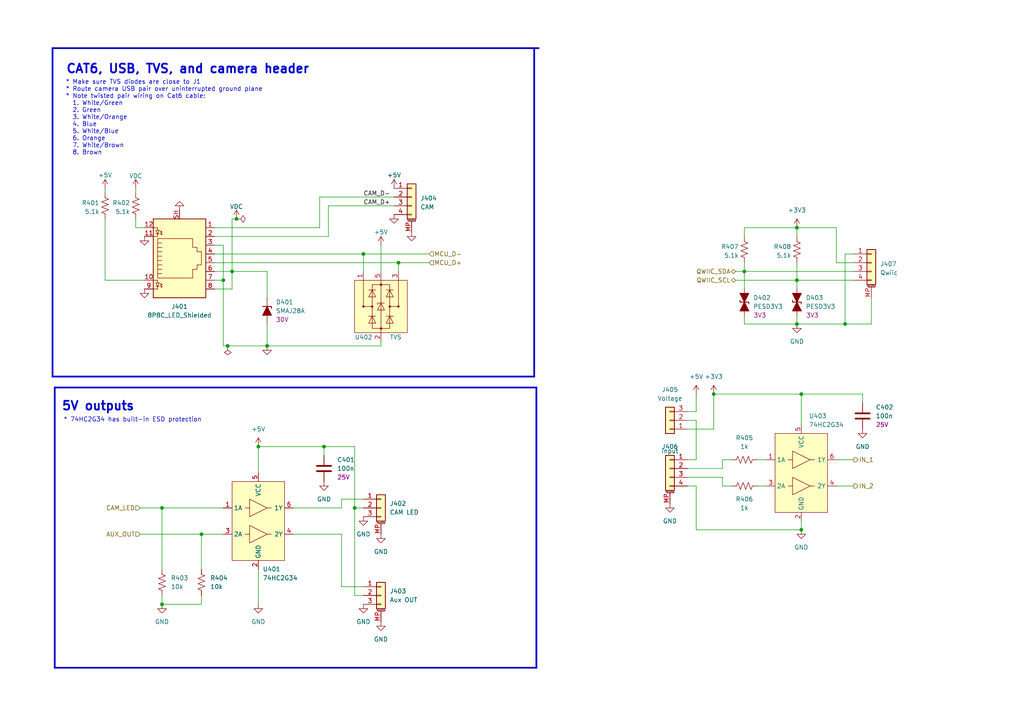
<source format=kicad_sch>
(kicad_sch (version 20231120) (generator "eeschema") (generator_version "8.0")
  (paper "A4")
  (title_block (date "2023-10-08") (rev "v1"))
  (lib_symbols
    (symbol "Connector:8P8C_LED_Shielded" (pin_names (offset 1.016))
      (property "Reference" "J" (at -5.08 13.97 0))
      (property "Value" "8P8C_LED_Shielded" (at 1.27 13.97 0))
      (symbol "8P8C_LED_Shielded_0_1"
        (polyline (pts (xy -7.62 -7.62) (xy -6.35 -7.62)))
        (polyline (pts (xy -7.62 -5.08) (xy -6.35 -5.08)))
        (polyline (pts (xy -7.62 7.62) (xy -6.35 7.62)))
        (polyline (pts (xy -7.62 10.16) (xy -6.35 10.16)))
        (polyline (pts (xy -6.858 -5.842) (xy -5.842 -5.842)))
        (polyline (pts (xy -6.858 9.398) (xy -5.842 9.398)))
        (polyline (pts (xy -6.35 -7.62) (xy -6.35 -6.858)))
        (polyline (pts (xy -6.35 -5.08) (xy -6.35 -5.842)))
        (polyline (pts (xy -6.35 7.62) (xy -6.35 8.382)))
        (polyline (pts (xy -6.35 10.16) (xy -6.35 9.398)))
        (polyline (pts (xy -5.08 -6.223) (xy -5.207 -6.604)))
        (polyline (pts (xy -5.08 -5.588) (xy -5.207 -5.969)))
        (polyline (pts (xy -5.08 4.445) (xy -6.35 4.445)))
        (polyline (pts (xy -5.08 5.715) (xy -6.35 5.715)))
        (polyline (pts (xy -5.08 9.017) (xy -5.207 8.636)))
        (polyline (pts (xy -5.08 9.652) (xy -5.207 9.271)))
        (polyline (pts (xy -6.35 -3.175) (xy -5.08 -3.175) (xy -5.08 -3.175)))
        (polyline (pts (xy -6.35 -1.905) (xy -5.08 -1.905) (xy -5.08 -1.905)))
        (polyline (pts (xy -6.35 -0.635) (xy -5.08 -0.635) (xy -5.08 -0.635)))
        (polyline (pts (xy -6.35 0.635) (xy -5.08 0.635) (xy -5.08 0.635)))
        (polyline (pts (xy -6.35 1.905) (xy -5.08 1.905) (xy -5.08 1.905)))
        (polyline (pts (xy -5.588 -6.731) (xy -5.08 -6.223) (xy -5.461 -6.35)))
        (polyline (pts (xy -5.588 -6.096) (xy -5.08 -5.588) (xy -5.461 -5.715)))
        (polyline (pts (xy -5.588 8.509) (xy -5.08 9.017) (xy -5.461 8.89)))
        (polyline (pts (xy -5.588 9.144) (xy -5.08 9.652) (xy -5.461 9.525)))
        (polyline (pts (xy -5.08 3.175) (xy -6.35 3.175) (xy -6.35 3.175)))
        (polyline (pts (xy -6.35 -5.842) (xy -6.858 -6.858) (xy -5.842 -6.858) (xy -6.35 -5.842)))
        (polyline (pts (xy -6.35 9.398) (xy -6.858 8.382) (xy -5.842 8.382) (xy -6.35 9.398)))
        (polyline (pts (xy -6.35 -4.445) (xy -6.35 6.985) (xy 3.81 6.985) (xy 3.81 4.445) (xy 5.08 4.445) (xy 5.08 3.175) (xy 6.35 3.175) (xy 6.35 -0.635) (xy 5.08 -0.635) (xy 5.08 -1.905) (xy 3.81 -1.905) (xy 3.81 -4.445) (xy -6.35 -4.445) (xy -6.35 -4.445)))
        (rectangle (start 7.62 12.7) (end -7.62 -10.16) (stroke (width 0.254)) (fill (type background)))
      )
      (symbol "8P8C_LED_Shielded_1_1"
        (pin passive line (at 10.16 -7.62 180) (length 2.54) (name "~") (number "1"))
        (pin passive line (at -10.16 7.62 0) (length 2.54) (name "~") (number "10"))
        (pin passive line (at -10.16 -5.08 0) (length 2.54) (name "~") (number "11"))
        (pin passive line (at -10.16 -7.62 0) (length 2.54) (name "~") (number "12"))
        (pin passive line (at 10.16 -5.08 180) (length 2.54) (name "~") (number "2"))
        (pin passive line (at 10.16 -2.54 180) (length 2.54) (name "~") (number "3"))
        (pin passive line (at 10.16 0 180) (length 2.54) (name "~") (number "4"))
        (pin passive line (at 10.16 2.54 180) (length 2.54) (name "~") (number "5"))
        (pin passive line (at 10.16 5.08 180) (length 2.54) (name "~") (number "6"))
        (pin passive line (at 10.16 7.62 180) (length 2.54) (name "~") (number "7"))
        (pin passive line (at 10.16 10.16 180) (length 2.54) (name "~") (number "8"))
        (pin passive line (at -10.16 10.16 0) (length 2.54) (name "~") (number "9"))
        (pin passive line (at 0 -12.7 90) (length 2.54) (name "~") (number "SH"))
      )
    )
    (symbol "Connector_Generic:Conn_01x03" (pin_names (offset 1.016) hide)
      (property "Reference" "J" (at 0 5.08 0))
      (property "Value" "Conn_01x03" (at 0 -5.08 0))
      (symbol "Conn_01x03_1_1"
        (rectangle (start -1.27 -2.413) (end 0 -2.667) (stroke (width 0.1524)))
        (rectangle (start -1.27 0.127) (end 0 -0.127) (stroke (width 0.1524)))
        (rectangle (start -1.27 2.667) (end 0 2.413) (stroke (width 0.1524)))
        (rectangle (start -1.27 3.81) (end 1.27 -3.81) (stroke (width 0.254)) (fill (type background)))
        (pin passive line (at -5.08 2.54 0) (length 3.81) (name "Pin_1") (number "1"))
        (pin passive line (at -5.08 0 0) (length 3.81) (name "Pin_2") (number "2"))
        (pin passive line (at -5.08 -2.54 0) (length 3.81) (name "Pin_3") (number "3"))
      )
    )
    (symbol "Connector_Generic_MountingPin:Conn_01x03_MountingPin" (pin_names (offset 1.016) hide)
      (property "Reference" "J" (at 0 5.08 0))
      (property "Value" "Conn_01x03_MountingPin" (at 1.27 -5.08 0))
      (symbol "Conn_01x03_MountingPin_1_1"
        (rectangle (start -1.27 -2.413) (end 0 -2.667) (stroke (width 0.1524)))
        (rectangle (start -1.27 0.127) (end 0 -0.127) (stroke (width 0.1524)))
        (rectangle (start -1.27 2.667) (end 0 2.413) (stroke (width 0.1524)))
        (rectangle (start -1.27 3.81) (end 1.27 -3.81) (stroke (width 0.254)) (fill (type background)))
        (polyline (pts (xy -1.016 -4.572) (xy 1.016 -4.572)) (stroke (width 0.1524)))
        (text "Mounting" (at 0 -4.191 0) (effects (font (size 0.381 0.381))))
        (pin passive line (at -5.08 2.54 0) (length 3.81) (name "Pin_1") (number "1"))
        (pin passive line (at -5.08 0 0) (length 3.81) (name "Pin_2") (number "2"))
        (pin passive line (at -5.08 -2.54 0) (length 3.81) (name "Pin_3") (number "3"))
        (pin passive line (at 0 -7.62 90) (length 3.048) (name "MountPin") (number "MP"))
      )
    )
    (symbol "Connector_Generic_MountingPin:Conn_01x04_MountingPin" (pin_names (offset 1.016) hide)
      (property "Reference" "J" (at 0 5.08 0))
      (property "Value" "Conn_01x04_MountingPin" (at 1.27 -7.62 0))
      (symbol "Conn_01x04_MountingPin_1_1"
        (rectangle (start -1.27 -4.953) (end 0 -5.207) (stroke (width 0.1524)))
        (rectangle (start -1.27 -2.413) (end 0 -2.667) (stroke (width 0.1524)))
        (rectangle (start -1.27 0.127) (end 0 -0.127) (stroke (width 0.1524)))
        (rectangle (start -1.27 2.667) (end 0 2.413) (stroke (width 0.1524)))
        (rectangle (start -1.27 3.81) (end 1.27 -6.35) (stroke (width 0.254)) (fill (type background)))
        (polyline (pts (xy -1.016 -7.112) (xy 1.016 -7.112)) (stroke (width 0.1524)))
        (text "Mounting" (at 0 -6.731 0) (effects (font (size 0.381 0.381))))
        (pin passive line (at -5.08 2.54 0) (length 3.81) (name "Pin_1") (number "1"))
        (pin passive line (at -5.08 0 0) (length 3.81) (name "Pin_2") (number "2"))
        (pin passive line (at -5.08 -2.54 0) (length 3.81) (name "Pin_3") (number "3"))
        (pin passive line (at -5.08 -5.08 0) (length 3.81) (name "Pin_4") (number "4"))
        (pin passive line (at 0 -10.16 90) (length 3.048) (name "MountPin") (number "MP"))
      )
    )
    (symbol "Device:C" (pin_numbers hide) (pin_names (offset 0.254))
      (property "Reference" "C" (at 0.635 2.54 0))
      (property "Value" "C" (at 0.635 -2.54 0))
      (symbol "C_0_1"
        (polyline (pts (xy -2.032 -0.762) (xy 2.032 -0.762)) (stroke (width 0.508)))
        (polyline (pts (xy -2.032 0.762) (xy 2.032 0.762)) (stroke (width 0.508)))
      )
      (symbol "C_1_1"
        (pin passive line (at 0 3.81 270) (length 2.794) (name "~") (number "1"))
        (pin passive line (at 0 -3.81 90) (length 2.794) (name "~") (number "2"))
      )
    )
    (symbol "Device:D_TVS_Filled" (pin_numbers hide) (pin_names (offset 1.016) hide)
      (property "Reference" "D" (at 0 2.54 0))
      (property "Value" "D_TVS_Filled" (at 0 -2.54 0))
      (symbol "D_TVS_Filled_0_1"
        (polyline (pts (xy 1.27 0) (xy -1.27 0)))
        (polyline (pts (xy -2.54 -1.27) (xy 0 0) (xy -2.54 1.27) (xy -2.54 -1.27)) (stroke (width 0.254)) (fill (type outline)))
        (polyline (pts (xy 0.508 1.27) (xy 0 1.27) (xy 0 -1.27) (xy -0.508 -1.27)) (stroke (width 0.254)))
        (polyline (pts (xy 2.54 1.27) (xy 2.54 -1.27) (xy 0 0) (xy 2.54 1.27)) (stroke (width 0.254)) (fill (type outline)))
      )
      (symbol "D_TVS_Filled_1_1"
        (pin passive line (at -3.81 0 0) (length 2.54) (name "A1") (number "1"))
        (pin passive line (at 3.81 0 180) (length 2.54) (name "A2") (number "2"))
      )
    )
    (symbol "Device:D_Zener_Filled" (pin_numbers hide) (pin_names (offset 1.016) hide)
      (property "Reference" "D" (at 0 2.54 0))
      (property "Value" "D_Zener_Filled" (at 0 -2.54 0))
      (symbol "D_Zener_Filled_0_1"
        (polyline (pts (xy 1.27 0) (xy -1.27 0)))
        (polyline (pts (xy -1.27 -1.27) (xy -1.27 1.27) (xy -0.762 1.27)) (stroke (width 0.254)))
        (polyline (pts (xy 1.27 -1.27) (xy 1.27 1.27) (xy -1.27 0) (xy 1.27 -1.27)) (stroke (width 0.254)) (fill (type outline)))
      )
      (symbol "D_Zener_Filled_1_1"
        (pin passive line (at -3.81 0 0) (length 2.54) (name "K") (number "1"))
        (pin passive line (at 3.81 0 180) (length 2.54) (name "A") (number "2"))
      )
    )
    (symbol "Device:R_US" (pin_numbers hide) (pin_names (offset 0))
      (property "Reference" "R" (at 2.54 0 90))
      (property "Value" "R_US" (at -2.54 0 90))
      (symbol "R_US_0_1"
        (polyline (pts (xy 0 -2.286) (xy 0 -2.54)))
        (polyline (pts (xy 0 2.286) (xy 0 2.54)))
        (polyline (pts (xy 0 -0.762) (xy 1.016 -1.143) (xy 0 -1.524) (xy -1.016 -1.905) (xy 0 -2.286)))
        (polyline (pts (xy 0 0.762) (xy 1.016 0.381) (xy 0 0) (xy -1.016 -0.381) (xy 0 -0.762)))
        (polyline (pts (xy 0 2.286) (xy 1.016 1.905) (xy 0 1.524) (xy -1.016 1.143) (xy 0 0.762)))
      )
      (symbol "R_US_1_1"
        (pin passive line (at 0 3.81 270) (length 1.27) (name "~") (number "1"))
        (pin passive line (at 0 -3.81 90) (length 1.27) (name "~") (number "2"))
      )
    )
    (symbol "Droid:74HC2G34"
      (property "Reference" "U" (at 2.54 -12.7 0))
      (property "Value" "74HC2G34" (at 2.54 -15.24 0))
      (symbol "74HC2G34_0_0"
        (pin input line (at -10.16 3.81 0) (length 2.54) (name "1A") (number "1"))
        (pin power_in line (at 0 -13.97 90) (length 2.54) (name "GND") (number "2"))
        (pin input line (at -10.16 -3.81 0) (length 2.54) (name "2A") (number "3"))
        (pin output line (at 10.16 -3.81 180) (length 2.54) (name "2Y") (number "4"))
        (pin power_in line (at 0 13.97 270) (length 2.54) (name "VCC") (number "5"))
        (pin output line (at 10.16 3.81 180) (length 2.54) (name "1Y") (number "6"))
      )
      (symbol "74HC2G34_0_1"
        (rectangle (start -7.62 11.43) (end 7.62 -11.43) (fill (type background)))
        (polyline (pts (xy -2.54 -3.81) (xy -3.81 -3.81)))
        (polyline (pts (xy -2.54 3.81) (xy -3.81 3.81)))
        (polyline (pts (xy 2.54 -3.81) (xy 3.81 -3.81)))
        (polyline (pts (xy 2.54 3.81) (xy 3.81 3.81)))
        (polyline (pts (xy -2.54 -5.08) (xy -2.54 -1.27) (xy 2.54 -3.81) (xy -2.54 -6.35) (xy -2.54 -5.08)))
        (polyline (pts (xy -2.54 2.54) (xy -2.54 6.35) (xy 2.54 3.81) (xy -2.54 1.27) (xy -2.54 2.54)))
      )
    )
    (symbol "Droid:TVS" (pin_names hide)
      (property "Reference" "U" (at 8.89 1.27 0))
      (property "Value" "TVS" (at 8.89 -1.27 0))
      (symbol "TVS_0_1"
        (circle (center -5.08 0) (radius 0.254) (fill (type outline)))
        (circle (center -2.5303 -0.017) (radius 0.254) (fill (type outline)))
        (rectangle (start -2.5303 6.333) (end 2.5497 -6.367))
        (polyline (pts (xy -1.5143 -2.811) (xy -3.5463 -2.811)))
        (polyline (pts (xy -1.5143 4.809) (xy -3.5463 4.809)))
        (polyline (pts (xy 0 -7.62) (xy 0 -6.35)))
        (polyline (pts (xy 0 6.35) (xy 0 7.62)))
        (polyline (pts (xy 0.0097 -6.367) (xy 0.0097 1.253)))
        (polyline (pts (xy 0.0097 1.253) (xy 0.0097 6.333)))
        (polyline (pts (xy 1.5337 -2.811) (xy 3.5657 -2.811)))
        (polyline (pts (xy 1.5337 4.809) (xy 3.5657 4.809)))
        (polyline (pts (xy -2.54 0) (xy -5.08 0) (xy -5.08 7.62)))
        (polyline (pts (xy 2.54 0) (xy 5.08 0) (xy 5.08 7.62)))
        (polyline (pts (xy -3.5463 -4.843) (xy -1.5143 -4.843) (xy -2.5303 -2.811) (xy -3.5463 -4.843)))
        (polyline (pts (xy -3.5463 2.777) (xy -1.5143 2.777) (xy -2.5303 4.809) (xy -3.5463 2.777)))
        (polyline (pts (xy -1.0063 -1.033) (xy 1.0257 -1.033) (xy 0.0097 0.999) (xy -1.0063 -1.033)))
        (polyline (pts (xy 1.0257 0.999) (xy 0.7717 0.999) (xy -1.0063 0.999) (xy -1.0063 0.491)))
        (polyline (pts (xy 3.5657 -4.843) (xy 1.5337 -4.843) (xy 2.5497 -2.811) (xy 3.5657 -4.843)))
        (polyline (pts (xy 3.5657 2.777) (xy 1.5337 2.777) (xy 2.5497 4.809) (xy 3.5657 2.777)))
        (circle (center 0.0097 -6.367) (radius 0.254) (fill (type outline)))
        (circle (center 0.0097 6.333) (radius 0.254) (fill (type outline)))
        (circle (center 2.5497 -0.017) (radius 0.254) (fill (type outline)))
        (circle (center 5.08 0) (radius 0.254) (fill (type outline)))
      )
      (symbol "TVS_1_1"
        (rectangle (start -7.62 7.62) (end 7.62 -7.62) (fill (type background)))
        (pin passive line (at -5.08 10.16 270) (length 2.54) (name "D-") (number "1"))
        (pin passive line (at 0 -10.16 90) (length 2.54) (name "GND") (number "2"))
        (pin passive line (at 5.08 10.16 270) (length 2.54) (name "D+") (number "3"))
        (pin passive line (at 5.08 10.16 270) (length 2.54) hide (name "D+") (number "4"))
        (pin passive line (at 0 10.16 270) (length 2.54) (name "VBUS") (number "5"))
        (pin passive line (at -5.08 10.16 270) (length 2.54) hide (name "D-") (number "6"))
      )
    )
    (symbol "power:+3V3" (power) (pin_names (offset 0))
      (property "Value" "+3V3" (at 0 3.556 0))
      (symbol "+3V3_0_1"
        (polyline (pts (xy -0.762 1.27) (xy 0 2.54)))
        (polyline (pts (xy 0 0) (xy 0 2.54)))
        (polyline (pts (xy 0 2.54) (xy 0.762 1.27)))
      )
      (symbol "+3V3_1_1"
        (pin power_in line (at 0 0 90) (length 0) hide (name "+3V3") (number "1"))
      )
    )
    (symbol "power:+5V" (power) (pin_names (offset 0))
      (property "Value" "+5V" (at 0 3.556 0))
      (symbol "+5V_0_1"
        (polyline (pts (xy -0.762 1.27) (xy 0 2.54)))
        (polyline (pts (xy 0 0) (xy 0 2.54)))
        (polyline (pts (xy 0 2.54) (xy 0.762 1.27)))
      )
      (symbol "+5V_1_1"
        (pin power_in line (at 0 0 90) (length 0) hide (name "+5V") (number "1"))
      )
    )
    (symbol "power:GND" (power) (pin_names (offset 0))
      (property "Value" "GND" (at 0 -3.81 0))
      (symbol "GND_0_1"
        (polyline (pts (xy 0 0) (xy 0 -1.27) (xy 1.27 -1.27) (xy 0 -2.54) (xy -1.27 -1.27) (xy 0 -1.27)))
      )
      (symbol "GND_1_1"
        (pin power_in line (at 0 0 270) (length 0) hide (name "GND") (number "1"))
      )
    )
    (symbol "power:PWR_FLAG" (power) (pin_numbers hide) (pin_names (offset 0) hide)
      (property "Value" "PWR_FLAG" (at 0 3.81 0))
      (symbol "PWR_FLAG_0_0"
        (pin power_out line (at 0 0 90) (length 0) (name "pwr") (number "1"))
      )
      (symbol "PWR_FLAG_0_1"
        (polyline (pts (xy 0 0) (xy 0 1.27) (xy -1.016 1.905) (xy 0 2.54) (xy 1.016 1.905) (xy 0 1.27)))
      )
    )
    (symbol "power:VDC" (power) (pin_names (offset 0))
      (property "Value" "VDC" (at 0 6.35 0))
      (symbol "VDC_0_1"
        (polyline (pts (xy -0.762 1.27) (xy 0 2.54)))
        (polyline (pts (xy 0 0) (xy 0 2.54)))
        (polyline (pts (xy 0 2.54) (xy 0.762 1.27)))
      )
      (symbol "VDC_1_1"
        (pin power_in line (at 0 0 90) (length 0) hide (name "VDC") (number "1"))
      )
    )
  )
  (junction (at 115.57 76.2))
  (junction (at 232.41 114.3))
  (junction (at 46.99 175.26))
  (junction (at 58.42 154.94))
  (junction (at 245.11 93.98))
  (junction (at 232.41 153.67))
  (junction (at 102.87 147.32))
  (junction (at 207.01 114.3))
  (junction (at 105.41 73.66))
  (junction (at 46.99 147.32))
  (junction (at 64.77 81.28))
  (junction (at 66.04 100.33))
  (junction (at 67.31 78.74))
  (junction (at 215.9 78.74))
  (junction (at 231.14 81.28))
  (junction (at 77.47 100.33))
  (junction (at 93.98 129.54))
  (junction (at 68.58 63.5))
  (junction (at 231.14 93.98))
  (junction (at 231.14 66.04))
  (junction (at 74.93 129.54))
  (wire (pts (xy 215.9 78.74) (xy 247.65 78.74)))
  (wire (pts (xy 207.01 114.3) (xy 207.01 124.46)))
  (wire (pts (xy 77.47 86.36) (xy 77.47 78.74)))
  (wire (pts (xy 99.06 147.32) (xy 99.06 144.78)))
  (wire (pts (xy 58.42 154.94) (xy 64.77 154.94)))
  (wire (pts (xy 215.9 76.2) (xy 215.9 78.74)))
  (wire (pts (xy 74.93 129.54) (xy 74.93 137.16)))
  (wire (pts (xy 219.71 140.97) (xy 222.25 140.97)))
  (wire (pts (xy 102.87 147.32) (xy 102.87 172.72)))
  (wire (pts (xy 242.57 76.2) (xy 247.65 76.2)))
  (wire (pts (xy 252.73 93.98) (xy 245.11 93.98)))
  (wire (pts (xy 231.14 91.44) (xy 231.14 93.98)))
  (wire (pts (xy 105.41 73.66) (xy 105.41 78.74)))
  (polyline (pts (xy 154.94 13.97) (xy 154.94 109.22)) (stroke (width 0.5) (type solid)))
  (wire (pts (xy 199.39 140.97) (xy 201.93 140.97)))
  (wire (pts (xy 201.93 114.3) (xy 201.93 119.38)))
  (wire (pts (xy 64.77 81.28) (xy 64.77 100.33)))
  (wire (pts (xy 39.37 66.04) (xy 39.37 63.5)))
  (wire (pts (xy 232.41 151.13) (xy 232.41 153.67)))
  (wire (pts (xy 199.39 133.35) (xy 201.93 133.35)))
  (wire (pts (xy 115.57 76.2) (xy 115.57 78.74)))
  (wire (pts (xy 46.99 147.32) (xy 46.99 165.1)))
  (wire (pts (xy 199.39 124.46) (xy 207.01 124.46)))
  (wire (pts (xy 199.39 119.38) (xy 201.93 119.38)))
  (wire (pts (xy 93.98 129.54) (xy 93.98 132.08)))
  (wire (pts (xy 66.04 100.33) (xy 77.47 100.33)))
  (wire (pts (xy 247.65 81.28) (xy 231.14 81.28)))
  (wire (pts (xy 247.65 73.66) (xy 245.11 73.66)))
  (wire (pts (xy 62.23 76.2) (xy 115.57 76.2)))
  (wire (pts (xy 201.93 153.67) (xy 232.41 153.67)))
  (polyline (pts (xy 15.24 13.97) (xy 15.24 109.22)) (stroke (width 0.5) (type solid)))
  (wire (pts (xy 231.14 81.28) (xy 231.14 83.82)))
  (wire (pts (xy 40.64 154.94) (xy 58.42 154.94)))
  (wire (pts (xy 250.19 114.3) (xy 232.41 114.3)))
  (wire (pts (xy 201.93 140.97) (xy 201.93 153.67)))
  (wire (pts (xy 64.77 100.33) (xy 66.04 100.33)))
  (wire (pts (xy 215.9 93.98) (xy 231.14 93.98)))
  (wire (pts (xy 46.99 172.72) (xy 46.99 175.26)))
  (wire (pts (xy 199.39 121.92) (xy 201.93 121.92)))
  (wire (pts (xy 41.91 66.04) (xy 39.37 66.04)))
  (polyline (pts (xy 155.575 112.395) (xy 155.575 193.675)) (stroke (width 0.5) (type solid)))
  (wire (pts (xy 102.87 129.54) (xy 93.98 129.54)))
  (wire (pts (xy 215.9 68.58) (xy 215.9 66.04)))
  (wire (pts (xy 231.14 76.2) (xy 231.14 81.28)))
  (wire (pts (xy 92.71 66.04) (xy 62.23 66.04)))
  (wire (pts (xy 74.93 129.54) (xy 93.98 129.54)))
  (wire (pts (xy 242.57 140.97) (xy 247.65 140.97)))
  (wire (pts (xy 62.23 83.82) (xy 67.31 83.82)))
  (wire (pts (xy 67.31 63.5) (xy 67.31 78.74)))
  (wire (pts (xy 232.41 114.3) (xy 232.41 123.19)))
  (wire (pts (xy 212.09 140.97) (xy 209.55 140.97)))
  (wire (pts (xy 67.31 63.5) (xy 68.58 63.5)))
  (polyline (pts (xy 15.875 112.395) (xy 155.575 112.395)) (stroke (width 0.5) (type solid)))
  (wire (pts (xy 115.57 76.2) (xy 124.46 76.2)))
  (wire (pts (xy 92.71 57.15) (xy 92.71 66.04)))
  (wire (pts (xy 245.11 73.66) (xy 245.11 93.98)))
  (wire (pts (xy 215.9 91.44) (xy 215.9 93.98)))
  (wire (pts (xy 105.41 73.66) (xy 124.46 73.66)))
  (wire (pts (xy 99.06 144.78) (xy 105.41 144.78)))
  (wire (pts (xy 215.9 78.74) (xy 215.9 83.82)))
  (wire (pts (xy 209.55 135.89) (xy 209.55 133.35)))
  (wire (pts (xy 99.06 170.18) (xy 99.06 154.94)))
  (wire (pts (xy 58.42 154.94) (xy 58.42 165.1)))
  (wire (pts (xy 62.23 78.74) (xy 67.31 78.74)))
  (wire (pts (xy 58.42 172.72) (xy 58.42 175.26)))
  (wire (pts (xy 30.48 63.5) (xy 30.48 81.28)))
  (wire (pts (xy 252.73 86.36) (xy 252.73 93.98)))
  (wire (pts (xy 105.41 172.72) (xy 102.87 172.72)))
  (wire (pts (xy 58.42 175.26) (xy 46.99 175.26)))
  (wire (pts (xy 105.41 147.32) (xy 102.87 147.32)))
  (wire (pts (xy 207.01 114.3) (xy 232.41 114.3)))
  (wire (pts (xy 64.77 81.28) (xy 64.77 71.12)))
  (polyline (pts (xy 15.24 13.97) (xy 156.21 13.97)) (stroke (width 0.5) (type solid)))
  (wire (pts (xy 74.93 165.1) (xy 74.93 175.26)))
  (wire (pts (xy 213.36 81.28) (xy 231.14 81.28)))
  (wire (pts (xy 46.99 147.32) (xy 64.77 147.32)))
  (wire (pts (xy 62.23 73.66) (xy 105.41 73.66)))
  (wire (pts (xy 231.14 66.04) (xy 231.14 68.58)))
  (wire (pts (xy 95.25 59.69) (xy 95.25 68.58)))
  (wire (pts (xy 95.25 59.69) (xy 114.3 59.69)))
  (wire (pts (xy 99.06 154.94) (xy 85.09 154.94)))
  (wire (pts (xy 114.3 57.15) (xy 92.71 57.15)))
  (wire (pts (xy 250.19 114.3) (xy 250.19 116.84)))
  (wire (pts (xy 77.47 93.98) (xy 77.47 100.33)))
  (wire (pts (xy 110.49 71.12) (xy 110.49 78.74)))
  (wire (pts (xy 64.77 71.12) (xy 62.23 71.12)))
  (wire (pts (xy 95.25 68.58) (xy 62.23 68.58)))
  (wire (pts (xy 242.57 66.04) (xy 242.57 76.2)))
  (wire (pts (xy 213.36 78.74) (xy 215.9 78.74)))
  (polyline (pts (xy 154.94 109.22) (xy 15.24 109.22)) (stroke (width 0.5) (type solid)))
  (polyline (pts (xy 15.875 112.395) (xy 15.875 193.675)) (stroke (width 0.5) (type solid)))
  (wire (pts (xy 201.93 121.92) (xy 201.93 133.35)))
  (wire (pts (xy 67.31 78.74) (xy 67.31 83.82)))
  (wire (pts (xy 209.55 140.97) (xy 209.55 138.43)))
  (wire (pts (xy 77.47 100.33) (xy 110.49 100.33)))
  (wire (pts (xy 215.9 66.04) (xy 231.14 66.04)))
  (wire (pts (xy 40.64 147.32) (xy 46.99 147.32)))
  (polyline (pts (xy 155.575 193.675) (xy 15.875 193.675)) (stroke (width 0.5) (type solid)))
  (wire (pts (xy 110.49 100.33) (xy 110.49 99.06)))
  (wire (pts (xy 102.87 147.32) (xy 102.87 129.54)))
  (wire (pts (xy 199.39 138.43) (xy 209.55 138.43)))
  (wire (pts (xy 199.39 135.89) (xy 209.55 135.89)))
  (wire (pts (xy 85.09 147.32) (xy 99.06 147.32)))
  (wire (pts (xy 209.55 133.35) (xy 212.09 133.35)))
  (wire (pts (xy 30.48 54.61) (xy 30.48 55.88)))
  (wire (pts (xy 105.41 170.18) (xy 99.06 170.18)))
  (wire (pts (xy 231.14 66.04) (xy 242.57 66.04)))
  (wire (pts (xy 242.57 133.35) (xy 247.65 133.35)))
  (wire (pts (xy 231.14 93.98) (xy 245.11 93.98)))
  (wire (pts (xy 219.71 133.35) (xy 222.25 133.35)))
  (wire (pts (xy 30.48 81.28) (xy 41.91 81.28)))
  (wire (pts (xy 39.37 54.61) (xy 39.37 55.88)))
  (wire (pts (xy 77.47 78.74) (xy 67.31 78.74)))
  (wire (pts (xy 64.77 81.28) (xy 62.23 81.28)))
  (text "5V outputs" (at 17.78 119.38 0) (effects (font (size 2.54 2.54) (bold yes)) (justify left bottom)))
  (text "* Make sure TVS diodes are close to J1\n* Route camera USB pair over uninterrupted ground plane\n* Note twisted pair wiring on Cat6 cable:\n  1. White/Green\n  2. Green\n  3. White/Orange\n  4. Blue\n  5. White/Blue\n  6. Orange\n  7. White/Brown\n  8. Brown" (at 19.05 45.085 0) (effects (font (size 1.27 1.27)) (justify left bottom)))
  (text "CAT6, USB, TVS, and camera header" (at 19.05 21.59 0) (effects (font (size 2.54 2.54) (bold yes)) (justify left bottom)))
  (text "* 74HC2G34 has built-in ESD protection" (at 18.415 122.555 0) (effects (font (size 1.27 1.27)) (justify left bottom)))
  (label "CAM_D-" (at 105.41 57.15 0))
  (label "CAM_D+" (at 105.41 59.69 0))
  (hierarchical_label "IN_2" (shape output) (at 247.65 140.97 0))
  (hierarchical_label "QWIIC_SCL" (shape bidirectional) (at 213.36 81.28 180))
  (hierarchical_label "CAM_LED" (shape input) (at 40.64 147.32 180))
  (hierarchical_label "AUX_OUT" (shape input) (at 40.64 154.94 180))
  (hierarchical_label "MCU_D+" (shape input) (at 124.46 76.2 0))
  (hierarchical_label "QWIIC_SDA" (shape bidirectional) (at 213.36 78.74 180))
  (hierarchical_label "MCU_D-" (shape input) (at 124.46 73.66 0))
  (hierarchical_label "IN_1" (shape output) (at 247.65 133.35 0))
  (symbol (lib_id "power:GND") (at 119.38 67.31 0) (unit 1)
    (property "Reference" "#PWR0417" (effects (hide yes)))
    (property "Value" "GND" (effects (hide yes)))
    (instances (project "placertron" (path "" (reference "#PWR0417") (unit 1))) (project "jellyfish" (path "" (reference "#PWR0123") (unit 1))))
  )
  (symbol (lib_id "power:GND") (at 110.49 154.94 0) (unit 1)
    (property "Reference" "#PWR0424" (effects (hide yes)))
    (property "Value" "GND" (at 110.49 160.02 0))
    (instances (project "placertron" (path "" (reference "#PWR0424") (unit 1))) (project "movertron" (path "" (reference "#PWR0404") (unit 1))))
  )
  (symbol (lib_id "Device:R_US") (at 46.99 168.91 180) (unit 1)
    (property "Reference" "R403" (at 49.53 167.64 0) (effects (justify right)))
    (property "Value" "10k" (at 49.53 170.18 0) (effects (justify right)))
    (property "Footprint" "Droid:R_0603_HandSolder" (effects (hide yes)))
    (property "mpn" "RMCF0603FT10K0" (effects (hide yes)))
    (instances (project "placertron" (path "" (reference "R403") (unit 1))) (project "movertron" (path "" (reference "R401") (unit 1))))
  )
  (symbol (lib_id "Device:R_US") (at 30.48 59.69 180) (unit 1)
    (property "Reference" "R401" (at 28.829 58.8553 0) (effects (justify left)))
    (property "Value" "5.1k" (at 28.829 61.3922 0) (effects (justify left)))
    (property "Footprint" "Droid:R_0603_HandSolder" (effects (hide yes)))
    (property "mpn" "RMCF0603FT5K10" (effects (hide yes)))
    (instances (project "placertron" (path "" (reference "R401") (unit 1))) (project "jellyfish" (path "" (reference "R1") (unit 1))))
  )
  (symbol (lib_id "power:GND") (at 194.31 146.05 0) (unit 1)
    (property "Reference" "#PWR0426" (effects (hide yes)))
    (property "Value" "GND" (at 194.31 151.13 0))
    (instances (project "placertron" (path "" (reference "#PWR0426") (unit 1))) (project "movertron" (path "" (reference "#PWR0412") (unit 1))))
  )
  (symbol (lib_id "power:GND") (at 93.98 139.7 0) (unit 1)
    (property "Reference" "#PWR0411" (effects (hide yes)))
    (property "Value" "GND" (at 93.98 144.78 0))
    (instances (project "placertron" (path "" (reference "#PWR0411") (unit 1))) (project "movertron" (path "" (reference "#PWR0404") (unit 1))))
  )
  (symbol (lib_id "power:GND") (at 250.19 124.46 0) (unit 1)
    (property "Reference" "#PWR0423" (effects (hide yes)))
    (property "Value" "GND" (at 250.19 129.54 0))
    (instances (project "placertron" (path "" (reference "#PWR0423") (unit 1))) (project "movertron" (path "" (reference "#PWR0413") (unit 1))))
  )
  (symbol (lib_id "power:GND") (at 110.49 180.34 0) (unit 1)
    (property "Reference" "#PWR0425" (effects (hide yes)))
    (property "Value" "GND" (at 110.49 185.42 0))
    (instances (project "placertron" (path "" (reference "#PWR0425") (unit 1))) (project "movertron" (path "" (reference "#PWR0404") (unit 1))))
  )
  (symbol (lib_id "power:+5V") (at 74.93 129.54 0) (unit 1)
    (property "Reference" "#PWR0408" (effects (hide yes)))
    (property "Value" "+5V" (at 74.93 124.46 0))
    (instances (project "placertron" (path "" (reference "#PWR0408") (unit 1))) (project "movertron" (path "" (reference "#PWR0402") (unit 1))))
  )
  (symbol (lib_id "power:GND") (at 105.41 149.86 0) (unit 1)
    (property "Reference" "#PWR0412" (effects (hide yes)))
    (property "Value" "GND" (at 105.41 154.94 0))
    (instances (project "placertron" (path "" (reference "#PWR0412") (unit 1))) (project "movertron" (path "" (reference "#PWR0407") (unit 1))))
  )
  (symbol (lib_id "power:PWR_FLAG") (at 66.04 100.33 180) (unit 1)
    (property "Reference" "#FLG0401" (effects (hide yes)))
    (property "Value" "PWR_FLAG" (effects (hide yes)))
    (instances (project "placertron" (path "" (reference "#FLG0401") (unit 1))) (project "jellyfish" (path "" (reference "#FLG01") (unit 1))))
  )
  (symbol (lib_id "Device:R_US") (at 215.9 140.97 90) (unit 1)
    (property "Reference" "R406" (at 215.9 144.78 90))
    (property "Value" "1k" (at 215.9 147.32 90))
    (property "Footprint" "Droid:R_0603_HandSolder" (effects (hide yes)))
    (property "mpn" "RMCF0603JT1K00" (effects (hide yes)))
    (instances (project "placertron" (path "" (reference "R406") (unit 1))) (project "movertron" (path "" (reference "R404") (unit 1))))
  )
  (symbol (lib_id "Droid:74HC2G34") (at 232.41 137.16 0) (unit 1)
    (property "Reference" "U403" (at 234.6041 120.65 0) (effects (justify left)))
    (property "Value" "74HC2G34" (at 234.6041 123.19 0) (effects (justify left)))
    (property "Footprint" "Package_TO_SOT_SMD:SOT-363_SC-70-6" (effects (hide yes)))
    (property "Datasheet" "https://assets.nexperia.com/documents/data-sheet/74HC_HCT2G34.pdf" (effects (hide yes)))
    (property "mpn" "74HC2G34GW,125" (effects (hide yes)))
    (instances (project "placertron" (path "" (reference "U403") (unit 1))) (project "movertron" (path "" (reference "U402") (unit 1))))
  )
  (symbol (lib_id "power:+5V") (at 110.49 71.12 0) (unit 1)
    (property "Reference" "#PWR0414" (effects (hide yes)))
    (property "Value" "+5V" (at 110.49 67.31 0))
    (instances (project "placertron" (path "" (reference "#PWR0414") (unit 1))) (project "jellyfish" (path "" (reference "#PWR049") (unit 1))))
  )
  (symbol (lib_id "Droid:TVS") (at 110.49 88.9 0) (unit 1)
    (property "Reference" "U402" (at 102.87 97.79 0) (effects (justify left)))
    (property "Value" "TVS" (at 113.03 97.79 0) (effects (justify left)))
    (property "Footprint" "Package_TO_SOT_SMD:SOT-23-6" (effects (hide yes)))
    (property "Datasheet" "https://www.st.com/resource/en/datasheet/usblc6-2.pdf" (effects (hide yes)))
    (property "mpn" "USBLC6-2SC6" (effects (hide yes)))
    (instances (project "placertron" (path "" (reference "U402") (unit 1))) (project "jellyfish" (path "" (reference "U6") (unit 1))))
  )
  (symbol (lib_id "power:GND") (at 232.41 153.67 0) (unit 1)
    (property "Reference" "#PWR0421" (effects (hide yes)))
    (property "Value" "GND" (at 232.41 158.75 0))
    (instances (project "placertron" (path "" (reference "#PWR0421") (unit 1))) (project "movertron" (path "" (reference "#PWR0412") (unit 1))))
  )
  (symbol (lib_id "Connector_Generic_MountingPin:Conn_01x03_MountingPin") (at 110.49 172.72 0) (unit 1)
    (property "Reference" "J403" (at 113.03 171.45 0) (effects (justify left)))
    (property "Value" "Aux OUT" (at 113.03 173.99 0) (effects (justify left)))
    (property "Footprint" "Connector_JST:JST_SH_SM03B-SRSS-TB_1x03-1MP_P1.00mm_Horizontal" (effects (hide yes)))
    (property "mpn" "SM03B-SRSS-TB" (effects (hide yes)))
  )
  (symbol (lib_id "Connector_Generic_MountingPin:Conn_01x04_MountingPin") (at 119.38 57.15 0) (unit 1)
    (property "Reference" "J404" (at 121.92 57.5055 0) (effects (justify left)))
    (property "Value" "CAM" (at 121.92 60.0455 0) (effects (justify left)))
    (property "Footprint" "Droid:JST_SH_SM04B-SRSS" (effects (hide yes)))
    (property "mpn" "SM04B-SRSS-TB" (effects (hide yes)))
    (instances (project "placertron" (path "" (reference "J404") (unit 1))) (project "jellyfish" (path "" (reference "J3") (unit 1))))
  )
  (symbol (lib_id "Device:R_US") (at 215.9 72.39 180) (unit 1)
    (property "Reference" "R407" (at 214.249 71.5553 0) (effects (justify left)))
    (property "Value" "5.1k" (at 214.249 74.0922 0) (effects (justify left)))
    (property "Footprint" "Droid:R_0603_HandSolder" (effects (hide yes)))
    (property "mpn" "RMCF0603FT5K10" (effects (hide yes)))
    (instances (project "placertron" (path "" (reference "R407") (unit 1))) (project "jellyfish" (path "" (reference "R27") (unit 1))))
  )
  (symbol (lib_id "power:GND") (at 231.14 93.98 0) (unit 1)
    (property "Reference" "#PWR0420" (effects (hide yes)))
    (property "Value" "GND" (at 231.14 99.06 0))
    (instances (project "placertron" (path "" (reference "#PWR0420") (unit 1))) (project "movertron" (path "" (reference "#PWR02") (unit 1))))
  )
  (symbol (lib_id "Device:R_US") (at 58.42 168.91 180) (unit 1)
    (property "Reference" "R404" (at 60.96 167.64 0) (effects (justify right)))
    (property "Value" "10k" (at 60.96 170.18 0) (effects (justify right)))
    (property "Footprint" "Droid:R_0603_HandSolder" (effects (hide yes)))
    (property "mpn" "RMCF0603FT10K0" (effects (hide yes)))
    (instances (project "placertron" (path "" (reference "R404") (unit 1))) (project "movertron" (path "" (reference "R402") (unit 1))))
  )
  (symbol (lib_id "power:VDC") (at 39.37 54.61 0) (unit 1)
    (property "Reference" "#PWR0402" (effects (hide yes)))
    (property "Value" "VDC" (at 39.37 51.0342 0))
    (instances (project "placertron" (path "" (reference "#PWR0402") (unit 1))) (project "jellyfish" (path "" (reference "#PWR0109") (unit 1))))
  )
  (symbol (lib_id "power:PWR_FLAG") (at 68.58 63.5 270) (unit 1)
    (property "Reference" "#FLG0402" (effects (hide yes)))
    (property "Value" "PWR_FLAG" (effects (hide yes)))
    (instances (project "placertron" (path "" (reference "#FLG0402") (unit 1))) (project "jellyfish" (path "" (reference "#FLG02") (unit 1))))
  )
  (symbol (lib_id "Device:D_TVS_Filled") (at 215.9 87.63 90) (unit 1)
    (property "Reference" "D402" (at 218.44 86.36 90) (effects (justify right)))
    (property "Value" "PESD3V3" (at 218.44 88.9 90) (effects (justify right)))
    (property "Footprint" "Droid:D_SOD-323" (effects (hide yes)))
    (property "mpn" "PESD3V3L1BA,115" (effects (hide yes)))
    (property "Rating" "3V3" (at 222.25 91.44 90) (effects (justify left)))
    (instances (project "placertron" (path "" (reference "D402") (unit 1))) (project "movertron" (path "" (reference "D401") (unit 1))))
  )
  (symbol (lib_id "power:+5V") (at 201.93 114.3 0) (unit 1)
    (property "Reference" "#PWR0418" (effects (hide yes)))
    (property "Value" "+5V" (at 201.93 109.22 0))
    (instances (project "placertron" (path "" (reference "#PWR0418") (unit 1))) (project "movertron" (path "" (reference "#PWR0409") (unit 1))))
  )
  (symbol (lib_id "power:VDC") (at 68.58 63.5 0) (unit 1)
    (property "Reference" "#PWR0407" (effects (hide yes)))
    (property "Value" "VDC" (at 68.58 59.9242 0))
    (instances (project "placertron" (path "" (reference "#PWR0407") (unit 1))) (project "jellyfish" (path "" (reference "#PWR045") (unit 1))))
  )
  (symbol (lib_id "Droid:74HC2G34") (at 74.93 151.13 0) (unit 1)
    (property "Reference" "U401" (at 76.2 165.1 0) (effects (justify left)))
    (property "Value" "74HC2G34" (at 76.2 167.64 0) (effects (justify left)))
    (property "Footprint" "Package_TO_SOT_SMD:SOT-363_SC-70-6" (effects (hide yes)))
    (property "Datasheet" "https://assets.nexperia.com/documents/data-sheet/74HC_HCT2G34.pdf" (effects (hide yes)))
    (property "mpn" "74HC2G34GW,125" (effects (hide yes)))
  )
  (symbol (lib_id "power:+3V3") (at 207.01 114.3 0) (unit 1)
    (property "Reference" "#PWR0419" (effects (hide yes)))
    (property "Value" "+3V3" (at 207.01 109.22 0))
    (instances (project "placertron" (path "" (reference "#PWR0419") (unit 1))) (project "movertron" (path "" (reference "#PWR0410") (unit 1))))
  )
  (symbol (lib_id "Device:D_Zener_Filled") (at 77.47 90.17 270) (unit 1)
    (property "Reference" "D401" (at 80.01 87.6299 90) (effects (justify left)))
    (property "Value" "SMAJ28A" (at 80.01 90.1699 90) (effects (justify left)))
    (property "Footprint" "Droid:D_SMA" (effects (hide yes)))
    (property "mpn" "SMAJ28A" (effects (hide yes)))
    (property "Rating" "30V" (at 80.01 92.71 90) (effects (justify left)))
    (instances (project "placertron" (path "" (reference "D401") (unit 1))) (project "jellyfish" (path "" (reference "D2") (unit 1))))
  )
  (symbol (lib_id "power:+5V") (at 30.48 54.61 0) (unit 1)
    (property "Reference" "#PWR0401" (effects (hide yes)))
    (property "Value" "+5V" (at 30.48 50.8 0))
    (instances (project "placertron" (path "" (reference "#PWR0401") (unit 1))) (project "jellyfish" (path "" (reference "#PWR0110") (unit 1))))
  )
  (symbol (lib_id "Device:D_TVS_Filled") (at 231.14 87.63 90) (unit 1)
    (property "Reference" "D403" (at 233.68 86.36 90) (effects (justify right)))
    (property "Value" "PESD3V3" (at 233.68 88.9 90) (effects (justify right)))
    (property "Footprint" "Droid:D_SOD-323" (effects (hide yes)))
    (property "mpn" "PESD3V3L1BA,115" (effects (hide yes)))
    (property "Rating" "3V3" (at 237.49 91.44 90) (effects (justify left)))
  )
  (symbol (lib_id "power:GND") (at 77.47 100.33 0) (unit 1)
    (property "Reference" "#PWR0410" (effects (hide yes)))
    (property "Value" "GND" (effects (hide yes)))
    (instances (project "placertron" (path "" (reference "#PWR0410") (unit 1))) (project "jellyfish" (path "" (reference "#PWR050") (unit 1))))
  )
  (symbol (lib_id "power:+5V") (at 114.3 54.61 0) (unit 1)
    (property "Reference" "#PWR0415" (effects (hide yes)))
    (property "Value" "+5V" (at 114.3 50.8 0))
    (instances (project "placertron" (path "" (reference "#PWR0415") (unit 1))) (project "jellyfish" (path "" (reference "#PWR051") (unit 1))))
  )
  (symbol (lib_id "power:GND") (at 41.91 83.82 0) (unit 1)
    (property "Reference" "#PWR0404" (effects (hide yes)))
    (property "Value" "GND" (effects (hide yes)))
    (instances (project "placertron" (path "" (reference "#PWR0404") (unit 1))) (project "jellyfish" (path "" (reference "#PWR0107") (unit 1))))
  )
  (symbol (lib_id "Device:C") (at 250.19 120.65 0) (unit 1)
    (property "Reference" "C402" (at 254 118.11 0) (effects (justify left)))
    (property "Value" "100n" (at 254 120.65 0) (effects (justify left)))
    (property "Footprint" "Droid:C_0603_HandSolder" (effects (hide yes)))
    (property "mpn" "CL10B104KB8NNNC" (effects (hide yes)))
    (property "Rating" "25V" (at 254 123.19 0) (effects (justify left)))
  )
  (symbol (lib_id "Device:C") (at 93.98 135.89 0) (unit 1)
    (property "Reference" "C401" (at 97.79 133.35 0) (effects (justify left)))
    (property "Value" "100n" (at 97.79 135.89 0) (effects (justify left)))
    (property "Footprint" "Droid:C_0603_HandSolder" (effects (hide yes)))
    (property "mpn" "CL10B104KB8NNNC" (effects (hide yes)))
    (property "Rating" "25V" (at 97.79 138.43 0) (effects (justify left)))
  )
  (symbol (lib_id "Connector_Generic_MountingPin:Conn_01x04_MountingPin") (at 252.73 76.2 0) (unit 1)
    (property "Reference" "J407" (at 255.27 76.5556 0) (effects (justify left)))
    (property "Value" "Qwiic" (at 255.27 79.0956 0) (effects (justify left)))
    (property "Footprint" "Droid:JST_SH_SM04B-SRSS" (effects (hide yes)))
    (property "Datasheet" "https://www.jst-mfg.com/product/pdf/eng/eSH.pdf" (effects (hide yes)))
    (property "mpn" "SM04B-SRSS-TB" (effects (hide yes)))
    (instances (project "placertron" (path "" (reference "J407") (unit 1))) (project "movertron" (path "" (reference "J401") (unit 1))))
  )
  (symbol (lib_id "Connector_Generic_MountingPin:Conn_01x03_MountingPin") (at 110.49 147.32 0) (unit 1)
    (property "Reference" "J402" (at 113.03 146.05 0) (effects (justify left)))
    (property "Value" "CAM LED" (at 113.03 148.59 0) (effects (justify left)))
    (property "Footprint" "Connector_JST:JST_SH_SM03B-SRSS-TB_1x03-1MP_P1.00mm_Horizontal" (effects (hide yes)))
    (property "mpn" "SM03B-SRSS-TB" (effects (hide yes)))
  )
  (symbol (lib_id "Device:R_US") (at 231.14 72.39 180) (unit 1)
    (property "Reference" "R408" (at 229.489 71.5553 0) (effects (justify left)))
    (property "Value" "5.1k" (at 229.489 74.0922 0) (effects (justify left)))
    (property "Footprint" "Droid:R_0603_HandSolder" (effects (hide yes)))
    (property "mpn" "RMCF0603FT5K10" (effects (hide yes)))
    (instances (project "placertron" (path "" (reference "R408") (unit 1))) (project "jellyfish" (path "" (reference "R27") (unit 1))))
  )
  (symbol (lib_id "power:GND") (at 52.07 60.96 180) (unit 1)
    (property "Reference" "#PWR0406" (effects (hide yes)))
    (property "Value" "GND" (effects (hide yes)))
    (instances (project "placertron" (path "" (reference "#PWR0406") (unit 1))) (project "jellyfish" (path "" (reference "#PWR044") (unit 1))))
  )
  (symbol (lib_id "power:GND") (at 46.99 175.26 0) (unit 1)
    (property "Reference" "#PWR0405" (effects (hide yes)))
    (property "Value" "GND" (at 46.99 180.34 0))
    (instances (project "placertron" (path "" (reference "#PWR0405") (unit 1))) (project "movertron" (path "" (reference "#PWR0401") (unit 1))))
  )
  (symbol (lib_id "Connector_Generic_MountingPin:Conn_01x04_MountingPin") (at 194.31 135.89 0) (mirror y) (unit 1)
    (property "Reference" "J406" (at 194.31 129.54 0))
    (property "Value" "Input" (at 194.31 130.81 0))
    (property "Footprint" "Droid:JST_SH_SM04B-SRSS" (effects (hide yes)))
    (property "mpn" "SM04B-SRSS-TB" (effects (hide yes)))
  )
  (symbol (lib_id "Connector:8P8C_LED_Shielded") (at 52.07 73.66 0) (mirror x) (unit 1)
    (property "Reference" "J401" (at 52.07 88.9 0))
    (property "Value" "8P8C_LED_Shielded" (at 52.07 91.44 0))
    (property "Footprint" "Droid:RJ45_Stewart_SS-74301-0001" (effects (hide yes)))
    (property "mpn" "SS-74301-001" (effects (hide yes)))
    (instances (project "placertron" (path "" (reference "J401") (unit 1))) (project "jellyfish" (path "" (reference "J2") (unit 1))))
  )
  (symbol (lib_id "Connector_Generic:Conn_01x03") (at 194.31 121.92 180) (unit 1)
    (property "Reference" "J405" (at 194.31 113.03 0))
    (property "Value" "Voltage" (at 194.31 115.57 0))
    (property "Footprint" "Connector_PinHeader_2.54mm:PinHeader_1x03_P2.54mm_Vertical" (effects (hide yes)))
  )
  (symbol (lib_id "power:+3V3") (at 231.14 66.04 0) (unit 1)
    (property "Reference" "#PWR0422" (effects (hide yes)))
    (property "Value" "+3V3" (at 231.14 60.96 0))
    (instances (project "placertron" (path "" (reference "#PWR0422") (unit 1))) (project "movertron" (path "" (reference "#PWR0405") (unit 1))))
  )
  (symbol (lib_id "power:GND") (at 105.41 175.26 0) (unit 1)
    (property "Reference" "#PWR0413" (effects (hide yes)))
    (property "Value" "GND" (at 105.41 180.34 0))
    (instances (project "placertron" (path "" (reference "#PWR0413") (unit 1))) (project "movertron" (path "" (reference "#PWR0408") (unit 1))))
  )
  (symbol (lib_id "Device:R_US") (at 39.37 59.69 180) (unit 1)
    (property "Reference" "R402" (at 37.719 58.8553 0) (effects (justify left)))
    (property "Value" "5.1k" (at 37.719 61.3922 0) (effects (justify left)))
    (property "Footprint" "Droid:R_0603_HandSolder" (effects (hide yes)))
    (property "mpn" "RMCF0603FT5K10" (effects (hide yes)))
    (instances (project "placertron" (path "" (reference "R402") (unit 1))) (project "jellyfish" (path "" (reference "R2") (unit 1))))
  )
  (symbol (lib_id "power:GND") (at 114.3 62.23 0) (unit 1)
    (property "Reference" "#PWR0416" (effects (hide yes)))
    (property "Value" "GND" (effects (hide yes)))
    (instances (project "placertron" (path "" (reference "#PWR0416") (unit 1))) (project "jellyfish" (path "" (reference "#PWR052") (unit 1))))
  )
  (symbol (lib_id "power:GND") (at 74.93 175.26 0) (unit 1)
    (property "Reference" "#PWR0409" (effects (hide yes)))
    (property "Value" "GND" (at 74.93 180.34 0))
    (instances (project "placertron" (path "" (reference "#PWR0409") (unit 1))) (project "movertron" (path "" (reference "#PWR0403") (unit 1))))
  )
  (symbol (lib_id "Device:R_US") (at 215.9 133.35 90) (unit 1)
    (property "Reference" "R405" (at 215.9 127 90))
    (property "Value" "1k" (at 215.9 129.54 90))
    (property "Footprint" "Droid:R_0603_HandSolder" (effects (hide yes)))
    (property "mpn" "RMCF0603JT1K00" (effects (hide yes)))
    (instances (project "placertron" (path "" (reference "R405") (unit 1))) (project "movertron" (path "" (reference "R403") (unit 1))))
  )
  (symbol (lib_id "power:GND") (at 41.91 68.58 0) (unit 1)
    (property "Reference" "#PWR0403" (effects (hide yes)))
    (property "Value" "GND" (effects (hide yes)))
    (instances (project "placertron" (path "" (reference "#PWR0403") (unit 1))) (project "jellyfish" (path "" (reference "#PWR0108") (unit 1))))
  )
)
</source>
